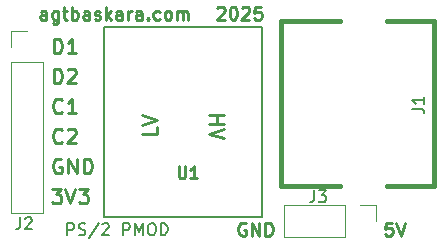
<source format=gto>
%TF.GenerationSoftware,KiCad,Pcbnew,9.0.1*%
%TF.CreationDate,2025-04-06T22:03:23+09:00*%
%TF.ProjectId,ps2_pmod_levelshifter,7073325f-706d-46f6-945f-6c6576656c73,rev?*%
%TF.SameCoordinates,Original*%
%TF.FileFunction,Legend,Top*%
%TF.FilePolarity,Positive*%
%FSLAX46Y46*%
G04 Gerber Fmt 4.6, Leading zero omitted, Abs format (unit mm)*
G04 Created by KiCad (PCBNEW 9.0.1) date 2025-04-06 22:03:23*
%MOMM*%
%LPD*%
G01*
G04 APERTURE LIST*
%ADD10C,0.250000*%
%ADD11C,0.220000*%
%ADD12C,0.200000*%
%ADD13C,0.150000*%
%ADD14C,0.381000*%
%ADD15C,0.120000*%
%ADD16C,0.127000*%
%ADD17C,1.371600*%
%ADD18R,3.200000X2.600000*%
%ADD19R,2.600000X3.200000*%
%ADD20R,1.700000X1.700000*%
%ADD21O,1.700000X1.700000*%
%ADD22C,1.700000*%
G04 APERTURE END LIST*
D10*
X133002377Y-90870226D02*
X132942853Y-90929750D01*
X132942853Y-90929750D02*
X132764282Y-90989273D01*
X132764282Y-90989273D02*
X132645234Y-90989273D01*
X132645234Y-90989273D02*
X132466663Y-90929750D01*
X132466663Y-90929750D02*
X132347615Y-90810702D01*
X132347615Y-90810702D02*
X132288092Y-90691654D01*
X132288092Y-90691654D02*
X132228568Y-90453559D01*
X132228568Y-90453559D02*
X132228568Y-90274988D01*
X132228568Y-90274988D02*
X132288092Y-90036892D01*
X132288092Y-90036892D02*
X132347615Y-89917845D01*
X132347615Y-89917845D02*
X132466663Y-89798797D01*
X132466663Y-89798797D02*
X132645234Y-89739273D01*
X132645234Y-89739273D02*
X132764282Y-89739273D01*
X132764282Y-89739273D02*
X132942853Y-89798797D01*
X132942853Y-89798797D02*
X133002377Y-89858321D01*
X134192853Y-90989273D02*
X133478568Y-90989273D01*
X133835711Y-90989273D02*
X133835711Y-89739273D01*
X133835711Y-89739273D02*
X133716663Y-89917845D01*
X133716663Y-89917845D02*
X133597615Y-90036892D01*
X133597615Y-90036892D02*
X133478568Y-90096416D01*
X132288092Y-88449273D02*
X132288092Y-87199273D01*
X132288092Y-87199273D02*
X132585711Y-87199273D01*
X132585711Y-87199273D02*
X132764282Y-87258797D01*
X132764282Y-87258797D02*
X132883330Y-87377845D01*
X132883330Y-87377845D02*
X132942853Y-87496892D01*
X132942853Y-87496892D02*
X133002377Y-87734988D01*
X133002377Y-87734988D02*
X133002377Y-87913559D01*
X133002377Y-87913559D02*
X132942853Y-88151654D01*
X132942853Y-88151654D02*
X132883330Y-88270702D01*
X132883330Y-88270702D02*
X132764282Y-88389750D01*
X132764282Y-88389750D02*
X132585711Y-88449273D01*
X132585711Y-88449273D02*
X132288092Y-88449273D01*
X133478568Y-87318321D02*
X133538092Y-87258797D01*
X133538092Y-87258797D02*
X133657139Y-87199273D01*
X133657139Y-87199273D02*
X133954758Y-87199273D01*
X133954758Y-87199273D02*
X134073806Y-87258797D01*
X134073806Y-87258797D02*
X134133330Y-87318321D01*
X134133330Y-87318321D02*
X134192853Y-87437369D01*
X134192853Y-87437369D02*
X134192853Y-87556416D01*
X134192853Y-87556416D02*
X134133330Y-87734988D01*
X134133330Y-87734988D02*
X133419044Y-88449273D01*
X133419044Y-88449273D02*
X134192853Y-88449273D01*
X132169044Y-97359273D02*
X132942853Y-97359273D01*
X132942853Y-97359273D02*
X132526187Y-97835464D01*
X132526187Y-97835464D02*
X132704758Y-97835464D01*
X132704758Y-97835464D02*
X132823806Y-97894988D01*
X132823806Y-97894988D02*
X132883330Y-97954511D01*
X132883330Y-97954511D02*
X132942853Y-98073559D01*
X132942853Y-98073559D02*
X132942853Y-98371178D01*
X132942853Y-98371178D02*
X132883330Y-98490226D01*
X132883330Y-98490226D02*
X132823806Y-98549750D01*
X132823806Y-98549750D02*
X132704758Y-98609273D01*
X132704758Y-98609273D02*
X132347615Y-98609273D01*
X132347615Y-98609273D02*
X132228568Y-98549750D01*
X132228568Y-98549750D02*
X132169044Y-98490226D01*
X133299996Y-97359273D02*
X133716663Y-98609273D01*
X133716663Y-98609273D02*
X134133329Y-97359273D01*
X134430949Y-97359273D02*
X135204758Y-97359273D01*
X135204758Y-97359273D02*
X134788092Y-97835464D01*
X134788092Y-97835464D02*
X134966663Y-97835464D01*
X134966663Y-97835464D02*
X135085711Y-97894988D01*
X135085711Y-97894988D02*
X135145235Y-97954511D01*
X135145235Y-97954511D02*
X135204758Y-98073559D01*
X135204758Y-98073559D02*
X135204758Y-98371178D01*
X135204758Y-98371178D02*
X135145235Y-98490226D01*
X135145235Y-98490226D02*
X135085711Y-98549750D01*
X135085711Y-98549750D02*
X134966663Y-98609273D01*
X134966663Y-98609273D02*
X134609520Y-98609273D01*
X134609520Y-98609273D02*
X134490473Y-98549750D01*
X134490473Y-98549750D02*
X134430949Y-98490226D01*
D11*
X131688069Y-83047440D02*
X131688069Y-82471250D01*
X131688069Y-82471250D02*
X131635688Y-82366488D01*
X131635688Y-82366488D02*
X131530926Y-82314107D01*
X131530926Y-82314107D02*
X131321402Y-82314107D01*
X131321402Y-82314107D02*
X131216640Y-82366488D01*
X131688069Y-82995060D02*
X131583307Y-83047440D01*
X131583307Y-83047440D02*
X131321402Y-83047440D01*
X131321402Y-83047440D02*
X131216640Y-82995060D01*
X131216640Y-82995060D02*
X131164259Y-82890298D01*
X131164259Y-82890298D02*
X131164259Y-82785536D01*
X131164259Y-82785536D02*
X131216640Y-82680774D01*
X131216640Y-82680774D02*
X131321402Y-82628393D01*
X131321402Y-82628393D02*
X131583307Y-82628393D01*
X131583307Y-82628393D02*
X131688069Y-82576012D01*
X132683307Y-82314107D02*
X132683307Y-83204583D01*
X132683307Y-83204583D02*
X132630926Y-83309345D01*
X132630926Y-83309345D02*
X132578545Y-83361726D01*
X132578545Y-83361726D02*
X132473783Y-83414107D01*
X132473783Y-83414107D02*
X132316640Y-83414107D01*
X132316640Y-83414107D02*
X132211878Y-83361726D01*
X132683307Y-82995060D02*
X132578545Y-83047440D01*
X132578545Y-83047440D02*
X132369021Y-83047440D01*
X132369021Y-83047440D02*
X132264259Y-82995060D01*
X132264259Y-82995060D02*
X132211878Y-82942679D01*
X132211878Y-82942679D02*
X132159497Y-82837917D01*
X132159497Y-82837917D02*
X132159497Y-82523631D01*
X132159497Y-82523631D02*
X132211878Y-82418869D01*
X132211878Y-82418869D02*
X132264259Y-82366488D01*
X132264259Y-82366488D02*
X132369021Y-82314107D01*
X132369021Y-82314107D02*
X132578545Y-82314107D01*
X132578545Y-82314107D02*
X132683307Y-82366488D01*
X133049973Y-82314107D02*
X133469021Y-82314107D01*
X133207116Y-81947440D02*
X133207116Y-82890298D01*
X133207116Y-82890298D02*
X133259497Y-82995060D01*
X133259497Y-82995060D02*
X133364259Y-83047440D01*
X133364259Y-83047440D02*
X133469021Y-83047440D01*
X133835687Y-83047440D02*
X133835687Y-81947440D01*
X133835687Y-82366488D02*
X133940449Y-82314107D01*
X133940449Y-82314107D02*
X134149973Y-82314107D01*
X134149973Y-82314107D02*
X134254735Y-82366488D01*
X134254735Y-82366488D02*
X134307116Y-82418869D01*
X134307116Y-82418869D02*
X134359497Y-82523631D01*
X134359497Y-82523631D02*
X134359497Y-82837917D01*
X134359497Y-82837917D02*
X134307116Y-82942679D01*
X134307116Y-82942679D02*
X134254735Y-82995060D01*
X134254735Y-82995060D02*
X134149973Y-83047440D01*
X134149973Y-83047440D02*
X133940449Y-83047440D01*
X133940449Y-83047440D02*
X133835687Y-82995060D01*
X135302354Y-83047440D02*
X135302354Y-82471250D01*
X135302354Y-82471250D02*
X135249973Y-82366488D01*
X135249973Y-82366488D02*
X135145211Y-82314107D01*
X135145211Y-82314107D02*
X134935687Y-82314107D01*
X134935687Y-82314107D02*
X134830925Y-82366488D01*
X135302354Y-82995060D02*
X135197592Y-83047440D01*
X135197592Y-83047440D02*
X134935687Y-83047440D01*
X134935687Y-83047440D02*
X134830925Y-82995060D01*
X134830925Y-82995060D02*
X134778544Y-82890298D01*
X134778544Y-82890298D02*
X134778544Y-82785536D01*
X134778544Y-82785536D02*
X134830925Y-82680774D01*
X134830925Y-82680774D02*
X134935687Y-82628393D01*
X134935687Y-82628393D02*
X135197592Y-82628393D01*
X135197592Y-82628393D02*
X135302354Y-82576012D01*
X135773782Y-82995060D02*
X135878544Y-83047440D01*
X135878544Y-83047440D02*
X136088068Y-83047440D01*
X136088068Y-83047440D02*
X136192830Y-82995060D01*
X136192830Y-82995060D02*
X136245211Y-82890298D01*
X136245211Y-82890298D02*
X136245211Y-82837917D01*
X136245211Y-82837917D02*
X136192830Y-82733155D01*
X136192830Y-82733155D02*
X136088068Y-82680774D01*
X136088068Y-82680774D02*
X135930925Y-82680774D01*
X135930925Y-82680774D02*
X135826163Y-82628393D01*
X135826163Y-82628393D02*
X135773782Y-82523631D01*
X135773782Y-82523631D02*
X135773782Y-82471250D01*
X135773782Y-82471250D02*
X135826163Y-82366488D01*
X135826163Y-82366488D02*
X135930925Y-82314107D01*
X135930925Y-82314107D02*
X136088068Y-82314107D01*
X136088068Y-82314107D02*
X136192830Y-82366488D01*
X136716639Y-83047440D02*
X136716639Y-81947440D01*
X136821401Y-82628393D02*
X137135687Y-83047440D01*
X137135687Y-82314107D02*
X136716639Y-82733155D01*
X138078544Y-83047440D02*
X138078544Y-82471250D01*
X138078544Y-82471250D02*
X138026163Y-82366488D01*
X138026163Y-82366488D02*
X137921401Y-82314107D01*
X137921401Y-82314107D02*
X137711877Y-82314107D01*
X137711877Y-82314107D02*
X137607115Y-82366488D01*
X138078544Y-82995060D02*
X137973782Y-83047440D01*
X137973782Y-83047440D02*
X137711877Y-83047440D01*
X137711877Y-83047440D02*
X137607115Y-82995060D01*
X137607115Y-82995060D02*
X137554734Y-82890298D01*
X137554734Y-82890298D02*
X137554734Y-82785536D01*
X137554734Y-82785536D02*
X137607115Y-82680774D01*
X137607115Y-82680774D02*
X137711877Y-82628393D01*
X137711877Y-82628393D02*
X137973782Y-82628393D01*
X137973782Y-82628393D02*
X138078544Y-82576012D01*
X138602353Y-83047440D02*
X138602353Y-82314107D01*
X138602353Y-82523631D02*
X138654734Y-82418869D01*
X138654734Y-82418869D02*
X138707115Y-82366488D01*
X138707115Y-82366488D02*
X138811877Y-82314107D01*
X138811877Y-82314107D02*
X138916639Y-82314107D01*
X139754734Y-83047440D02*
X139754734Y-82471250D01*
X139754734Y-82471250D02*
X139702353Y-82366488D01*
X139702353Y-82366488D02*
X139597591Y-82314107D01*
X139597591Y-82314107D02*
X139388067Y-82314107D01*
X139388067Y-82314107D02*
X139283305Y-82366488D01*
X139754734Y-82995060D02*
X139649972Y-83047440D01*
X139649972Y-83047440D02*
X139388067Y-83047440D01*
X139388067Y-83047440D02*
X139283305Y-82995060D01*
X139283305Y-82995060D02*
X139230924Y-82890298D01*
X139230924Y-82890298D02*
X139230924Y-82785536D01*
X139230924Y-82785536D02*
X139283305Y-82680774D01*
X139283305Y-82680774D02*
X139388067Y-82628393D01*
X139388067Y-82628393D02*
X139649972Y-82628393D01*
X139649972Y-82628393D02*
X139754734Y-82576012D01*
X140278543Y-82942679D02*
X140330924Y-82995060D01*
X140330924Y-82995060D02*
X140278543Y-83047440D01*
X140278543Y-83047440D02*
X140226162Y-82995060D01*
X140226162Y-82995060D02*
X140278543Y-82942679D01*
X140278543Y-82942679D02*
X140278543Y-83047440D01*
X141273782Y-82995060D02*
X141169020Y-83047440D01*
X141169020Y-83047440D02*
X140959496Y-83047440D01*
X140959496Y-83047440D02*
X140854734Y-82995060D01*
X140854734Y-82995060D02*
X140802353Y-82942679D01*
X140802353Y-82942679D02*
X140749972Y-82837917D01*
X140749972Y-82837917D02*
X140749972Y-82523631D01*
X140749972Y-82523631D02*
X140802353Y-82418869D01*
X140802353Y-82418869D02*
X140854734Y-82366488D01*
X140854734Y-82366488D02*
X140959496Y-82314107D01*
X140959496Y-82314107D02*
X141169020Y-82314107D01*
X141169020Y-82314107D02*
X141273782Y-82366488D01*
X141902353Y-83047440D02*
X141797591Y-82995060D01*
X141797591Y-82995060D02*
X141745210Y-82942679D01*
X141745210Y-82942679D02*
X141692829Y-82837917D01*
X141692829Y-82837917D02*
X141692829Y-82523631D01*
X141692829Y-82523631D02*
X141745210Y-82418869D01*
X141745210Y-82418869D02*
X141797591Y-82366488D01*
X141797591Y-82366488D02*
X141902353Y-82314107D01*
X141902353Y-82314107D02*
X142059496Y-82314107D01*
X142059496Y-82314107D02*
X142164258Y-82366488D01*
X142164258Y-82366488D02*
X142216639Y-82418869D01*
X142216639Y-82418869D02*
X142269020Y-82523631D01*
X142269020Y-82523631D02*
X142269020Y-82837917D01*
X142269020Y-82837917D02*
X142216639Y-82942679D01*
X142216639Y-82942679D02*
X142164258Y-82995060D01*
X142164258Y-82995060D02*
X142059496Y-83047440D01*
X142059496Y-83047440D02*
X141902353Y-83047440D01*
X142740448Y-83047440D02*
X142740448Y-82314107D01*
X142740448Y-82418869D02*
X142792829Y-82366488D01*
X142792829Y-82366488D02*
X142897591Y-82314107D01*
X142897591Y-82314107D02*
X143054734Y-82314107D01*
X143054734Y-82314107D02*
X143159496Y-82366488D01*
X143159496Y-82366488D02*
X143211877Y-82471250D01*
X143211877Y-82471250D02*
X143211877Y-83047440D01*
X143211877Y-82471250D02*
X143264258Y-82366488D01*
X143264258Y-82366488D02*
X143369020Y-82314107D01*
X143369020Y-82314107D02*
X143526163Y-82314107D01*
X143526163Y-82314107D02*
X143630924Y-82366488D01*
X143630924Y-82366488D02*
X143683305Y-82471250D01*
X143683305Y-82471250D02*
X143683305Y-83047440D01*
X146150259Y-82052202D02*
X146202640Y-81999821D01*
X146202640Y-81999821D02*
X146307402Y-81947440D01*
X146307402Y-81947440D02*
X146569307Y-81947440D01*
X146569307Y-81947440D02*
X146674069Y-81999821D01*
X146674069Y-81999821D02*
X146726450Y-82052202D01*
X146726450Y-82052202D02*
X146778831Y-82156964D01*
X146778831Y-82156964D02*
X146778831Y-82261726D01*
X146778831Y-82261726D02*
X146726450Y-82418869D01*
X146726450Y-82418869D02*
X146097878Y-83047440D01*
X146097878Y-83047440D02*
X146778831Y-83047440D01*
X147459783Y-81947440D02*
X147564545Y-81947440D01*
X147564545Y-81947440D02*
X147669307Y-81999821D01*
X147669307Y-81999821D02*
X147721688Y-82052202D01*
X147721688Y-82052202D02*
X147774069Y-82156964D01*
X147774069Y-82156964D02*
X147826450Y-82366488D01*
X147826450Y-82366488D02*
X147826450Y-82628393D01*
X147826450Y-82628393D02*
X147774069Y-82837917D01*
X147774069Y-82837917D02*
X147721688Y-82942679D01*
X147721688Y-82942679D02*
X147669307Y-82995060D01*
X147669307Y-82995060D02*
X147564545Y-83047440D01*
X147564545Y-83047440D02*
X147459783Y-83047440D01*
X147459783Y-83047440D02*
X147355021Y-82995060D01*
X147355021Y-82995060D02*
X147302640Y-82942679D01*
X147302640Y-82942679D02*
X147250259Y-82837917D01*
X147250259Y-82837917D02*
X147197878Y-82628393D01*
X147197878Y-82628393D02*
X147197878Y-82366488D01*
X147197878Y-82366488D02*
X147250259Y-82156964D01*
X147250259Y-82156964D02*
X147302640Y-82052202D01*
X147302640Y-82052202D02*
X147355021Y-81999821D01*
X147355021Y-81999821D02*
X147459783Y-81947440D01*
X148245497Y-82052202D02*
X148297878Y-81999821D01*
X148297878Y-81999821D02*
X148402640Y-81947440D01*
X148402640Y-81947440D02*
X148664545Y-81947440D01*
X148664545Y-81947440D02*
X148769307Y-81999821D01*
X148769307Y-81999821D02*
X148821688Y-82052202D01*
X148821688Y-82052202D02*
X148874069Y-82156964D01*
X148874069Y-82156964D02*
X148874069Y-82261726D01*
X148874069Y-82261726D02*
X148821688Y-82418869D01*
X148821688Y-82418869D02*
X148193116Y-83047440D01*
X148193116Y-83047440D02*
X148874069Y-83047440D01*
X149869307Y-81947440D02*
X149345497Y-81947440D01*
X149345497Y-81947440D02*
X149293116Y-82471250D01*
X149293116Y-82471250D02*
X149345497Y-82418869D01*
X149345497Y-82418869D02*
X149450259Y-82366488D01*
X149450259Y-82366488D02*
X149712164Y-82366488D01*
X149712164Y-82366488D02*
X149816926Y-82418869D01*
X149816926Y-82418869D02*
X149869307Y-82471250D01*
X149869307Y-82471250D02*
X149921688Y-82576012D01*
X149921688Y-82576012D02*
X149921688Y-82837917D01*
X149921688Y-82837917D02*
X149869307Y-82942679D01*
X149869307Y-82942679D02*
X149816926Y-82995060D01*
X149816926Y-82995060D02*
X149712164Y-83047440D01*
X149712164Y-83047440D02*
X149450259Y-83047440D01*
X149450259Y-83047440D02*
X149345497Y-82995060D01*
X149345497Y-82995060D02*
X149293116Y-82942679D01*
D10*
X141027273Y-92160669D02*
X141027273Y-92755907D01*
X141027273Y-92755907D02*
X139777273Y-92755907D01*
X139777273Y-91922574D02*
X141027273Y-91505907D01*
X141027273Y-91505907D02*
X139777273Y-91089241D01*
D11*
X160950450Y-100235440D02*
X160426640Y-100235440D01*
X160426640Y-100235440D02*
X160374259Y-100759250D01*
X160374259Y-100759250D02*
X160426640Y-100706869D01*
X160426640Y-100706869D02*
X160531402Y-100654488D01*
X160531402Y-100654488D02*
X160793307Y-100654488D01*
X160793307Y-100654488D02*
X160898069Y-100706869D01*
X160898069Y-100706869D02*
X160950450Y-100759250D01*
X160950450Y-100759250D02*
X161002831Y-100864012D01*
X161002831Y-100864012D02*
X161002831Y-101125917D01*
X161002831Y-101125917D02*
X160950450Y-101230679D01*
X160950450Y-101230679D02*
X160898069Y-101283060D01*
X160898069Y-101283060D02*
X160793307Y-101335440D01*
X160793307Y-101335440D02*
X160531402Y-101335440D01*
X160531402Y-101335440D02*
X160426640Y-101283060D01*
X160426640Y-101283060D02*
X160374259Y-101230679D01*
X161317116Y-100235440D02*
X161683783Y-101335440D01*
X161683783Y-101335440D02*
X162050450Y-100235440D01*
D10*
X132288092Y-85909273D02*
X132288092Y-84659273D01*
X132288092Y-84659273D02*
X132585711Y-84659273D01*
X132585711Y-84659273D02*
X132764282Y-84718797D01*
X132764282Y-84718797D02*
X132883330Y-84837845D01*
X132883330Y-84837845D02*
X132942853Y-84956892D01*
X132942853Y-84956892D02*
X133002377Y-85194988D01*
X133002377Y-85194988D02*
X133002377Y-85373559D01*
X133002377Y-85373559D02*
X132942853Y-85611654D01*
X132942853Y-85611654D02*
X132883330Y-85730702D01*
X132883330Y-85730702D02*
X132764282Y-85849750D01*
X132764282Y-85849750D02*
X132585711Y-85909273D01*
X132585711Y-85909273D02*
X132288092Y-85909273D01*
X134192853Y-85909273D02*
X133478568Y-85909273D01*
X133835711Y-85909273D02*
X133835711Y-84659273D01*
X133835711Y-84659273D02*
X133716663Y-84837845D01*
X133716663Y-84837845D02*
X133597615Y-84956892D01*
X133597615Y-84956892D02*
X133478568Y-85016416D01*
D11*
X148556831Y-100287821D02*
X148452069Y-100235440D01*
X148452069Y-100235440D02*
X148294926Y-100235440D01*
X148294926Y-100235440D02*
X148137783Y-100287821D01*
X148137783Y-100287821D02*
X148033021Y-100392583D01*
X148033021Y-100392583D02*
X147980640Y-100497345D01*
X147980640Y-100497345D02*
X147928259Y-100706869D01*
X147928259Y-100706869D02*
X147928259Y-100864012D01*
X147928259Y-100864012D02*
X147980640Y-101073536D01*
X147980640Y-101073536D02*
X148033021Y-101178298D01*
X148033021Y-101178298D02*
X148137783Y-101283060D01*
X148137783Y-101283060D02*
X148294926Y-101335440D01*
X148294926Y-101335440D02*
X148399688Y-101335440D01*
X148399688Y-101335440D02*
X148556831Y-101283060D01*
X148556831Y-101283060D02*
X148609212Y-101230679D01*
X148609212Y-101230679D02*
X148609212Y-100864012D01*
X148609212Y-100864012D02*
X148399688Y-100864012D01*
X149080640Y-101335440D02*
X149080640Y-100235440D01*
X149080640Y-100235440D02*
X149709212Y-101335440D01*
X149709212Y-101335440D02*
X149709212Y-100235440D01*
X150233021Y-101335440D02*
X150233021Y-100235440D01*
X150233021Y-100235440D02*
X150494926Y-100235440D01*
X150494926Y-100235440D02*
X150652069Y-100287821D01*
X150652069Y-100287821D02*
X150756831Y-100392583D01*
X150756831Y-100392583D02*
X150809212Y-100497345D01*
X150809212Y-100497345D02*
X150861593Y-100706869D01*
X150861593Y-100706869D02*
X150861593Y-100864012D01*
X150861593Y-100864012D02*
X150809212Y-101073536D01*
X150809212Y-101073536D02*
X150756831Y-101178298D01*
X150756831Y-101178298D02*
X150652069Y-101283060D01*
X150652069Y-101283060D02*
X150494926Y-101335440D01*
X150494926Y-101335440D02*
X150233021Y-101335440D01*
D12*
X133465673Y-101290219D02*
X133465673Y-100290219D01*
X133465673Y-100290219D02*
X133846625Y-100290219D01*
X133846625Y-100290219D02*
X133941863Y-100337838D01*
X133941863Y-100337838D02*
X133989482Y-100385457D01*
X133989482Y-100385457D02*
X134037101Y-100480695D01*
X134037101Y-100480695D02*
X134037101Y-100623552D01*
X134037101Y-100623552D02*
X133989482Y-100718790D01*
X133989482Y-100718790D02*
X133941863Y-100766409D01*
X133941863Y-100766409D02*
X133846625Y-100814028D01*
X133846625Y-100814028D02*
X133465673Y-100814028D01*
X134418054Y-101242600D02*
X134560911Y-101290219D01*
X134560911Y-101290219D02*
X134799006Y-101290219D01*
X134799006Y-101290219D02*
X134894244Y-101242600D01*
X134894244Y-101242600D02*
X134941863Y-101194980D01*
X134941863Y-101194980D02*
X134989482Y-101099742D01*
X134989482Y-101099742D02*
X134989482Y-101004504D01*
X134989482Y-101004504D02*
X134941863Y-100909266D01*
X134941863Y-100909266D02*
X134894244Y-100861647D01*
X134894244Y-100861647D02*
X134799006Y-100814028D01*
X134799006Y-100814028D02*
X134608530Y-100766409D01*
X134608530Y-100766409D02*
X134513292Y-100718790D01*
X134513292Y-100718790D02*
X134465673Y-100671171D01*
X134465673Y-100671171D02*
X134418054Y-100575933D01*
X134418054Y-100575933D02*
X134418054Y-100480695D01*
X134418054Y-100480695D02*
X134465673Y-100385457D01*
X134465673Y-100385457D02*
X134513292Y-100337838D01*
X134513292Y-100337838D02*
X134608530Y-100290219D01*
X134608530Y-100290219D02*
X134846625Y-100290219D01*
X134846625Y-100290219D02*
X134989482Y-100337838D01*
X136132339Y-100242600D02*
X135275197Y-101528314D01*
X136418054Y-100385457D02*
X136465673Y-100337838D01*
X136465673Y-100337838D02*
X136560911Y-100290219D01*
X136560911Y-100290219D02*
X136799006Y-100290219D01*
X136799006Y-100290219D02*
X136894244Y-100337838D01*
X136894244Y-100337838D02*
X136941863Y-100385457D01*
X136941863Y-100385457D02*
X136989482Y-100480695D01*
X136989482Y-100480695D02*
X136989482Y-100575933D01*
X136989482Y-100575933D02*
X136941863Y-100718790D01*
X136941863Y-100718790D02*
X136370435Y-101290219D01*
X136370435Y-101290219D02*
X136989482Y-101290219D01*
X138179959Y-101290219D02*
X138179959Y-100290219D01*
X138179959Y-100290219D02*
X138560911Y-100290219D01*
X138560911Y-100290219D02*
X138656149Y-100337838D01*
X138656149Y-100337838D02*
X138703768Y-100385457D01*
X138703768Y-100385457D02*
X138751387Y-100480695D01*
X138751387Y-100480695D02*
X138751387Y-100623552D01*
X138751387Y-100623552D02*
X138703768Y-100718790D01*
X138703768Y-100718790D02*
X138656149Y-100766409D01*
X138656149Y-100766409D02*
X138560911Y-100814028D01*
X138560911Y-100814028D02*
X138179959Y-100814028D01*
X139179959Y-101290219D02*
X139179959Y-100290219D01*
X139179959Y-100290219D02*
X139513292Y-101004504D01*
X139513292Y-101004504D02*
X139846625Y-100290219D01*
X139846625Y-100290219D02*
X139846625Y-101290219D01*
X140513292Y-100290219D02*
X140703768Y-100290219D01*
X140703768Y-100290219D02*
X140799006Y-100337838D01*
X140799006Y-100337838D02*
X140894244Y-100433076D01*
X140894244Y-100433076D02*
X140941863Y-100623552D01*
X140941863Y-100623552D02*
X140941863Y-100956885D01*
X140941863Y-100956885D02*
X140894244Y-101147361D01*
X140894244Y-101147361D02*
X140799006Y-101242600D01*
X140799006Y-101242600D02*
X140703768Y-101290219D01*
X140703768Y-101290219D02*
X140513292Y-101290219D01*
X140513292Y-101290219D02*
X140418054Y-101242600D01*
X140418054Y-101242600D02*
X140322816Y-101147361D01*
X140322816Y-101147361D02*
X140275197Y-100956885D01*
X140275197Y-100956885D02*
X140275197Y-100623552D01*
X140275197Y-100623552D02*
X140322816Y-100433076D01*
X140322816Y-100433076D02*
X140418054Y-100337838D01*
X140418054Y-100337838D02*
X140513292Y-100290219D01*
X141370435Y-101290219D02*
X141370435Y-100290219D01*
X141370435Y-100290219D02*
X141608530Y-100290219D01*
X141608530Y-100290219D02*
X141751387Y-100337838D01*
X141751387Y-100337838D02*
X141846625Y-100433076D01*
X141846625Y-100433076D02*
X141894244Y-100528314D01*
X141894244Y-100528314D02*
X141941863Y-100718790D01*
X141941863Y-100718790D02*
X141941863Y-100861647D01*
X141941863Y-100861647D02*
X141894244Y-101052123D01*
X141894244Y-101052123D02*
X141846625Y-101147361D01*
X141846625Y-101147361D02*
X141751387Y-101242600D01*
X141751387Y-101242600D02*
X141608530Y-101290219D01*
X141608530Y-101290219D02*
X141370435Y-101290219D01*
D10*
X132942853Y-94878797D02*
X132823806Y-94819273D01*
X132823806Y-94819273D02*
X132645234Y-94819273D01*
X132645234Y-94819273D02*
X132466663Y-94878797D01*
X132466663Y-94878797D02*
X132347615Y-94997845D01*
X132347615Y-94997845D02*
X132288092Y-95116892D01*
X132288092Y-95116892D02*
X132228568Y-95354988D01*
X132228568Y-95354988D02*
X132228568Y-95533559D01*
X132228568Y-95533559D02*
X132288092Y-95771654D01*
X132288092Y-95771654D02*
X132347615Y-95890702D01*
X132347615Y-95890702D02*
X132466663Y-96009750D01*
X132466663Y-96009750D02*
X132645234Y-96069273D01*
X132645234Y-96069273D02*
X132764282Y-96069273D01*
X132764282Y-96069273D02*
X132942853Y-96009750D01*
X132942853Y-96009750D02*
X133002377Y-95950226D01*
X133002377Y-95950226D02*
X133002377Y-95533559D01*
X133002377Y-95533559D02*
X132764282Y-95533559D01*
X133538092Y-96069273D02*
X133538092Y-94819273D01*
X133538092Y-94819273D02*
X134252377Y-96069273D01*
X134252377Y-96069273D02*
X134252377Y-94819273D01*
X134847616Y-96069273D02*
X134847616Y-94819273D01*
X134847616Y-94819273D02*
X135145235Y-94819273D01*
X135145235Y-94819273D02*
X135323806Y-94878797D01*
X135323806Y-94878797D02*
X135442854Y-94997845D01*
X135442854Y-94997845D02*
X135502377Y-95116892D01*
X135502377Y-95116892D02*
X135561901Y-95354988D01*
X135561901Y-95354988D02*
X135561901Y-95533559D01*
X135561901Y-95533559D02*
X135502377Y-95771654D01*
X135502377Y-95771654D02*
X135442854Y-95890702D01*
X135442854Y-95890702D02*
X135323806Y-96009750D01*
X135323806Y-96009750D02*
X135145235Y-96069273D01*
X135145235Y-96069273D02*
X134847616Y-96069273D01*
X145484726Y-91140092D02*
X146734726Y-91140092D01*
X146139488Y-91140092D02*
X146139488Y-91854377D01*
X145484726Y-91854377D02*
X146734726Y-91854377D01*
X146734726Y-92271044D02*
X145484726Y-92687711D01*
X145484726Y-92687711D02*
X146734726Y-93104377D01*
X133002377Y-93410226D02*
X132942853Y-93469750D01*
X132942853Y-93469750D02*
X132764282Y-93529273D01*
X132764282Y-93529273D02*
X132645234Y-93529273D01*
X132645234Y-93529273D02*
X132466663Y-93469750D01*
X132466663Y-93469750D02*
X132347615Y-93350702D01*
X132347615Y-93350702D02*
X132288092Y-93231654D01*
X132288092Y-93231654D02*
X132228568Y-92993559D01*
X132228568Y-92993559D02*
X132228568Y-92814988D01*
X132228568Y-92814988D02*
X132288092Y-92576892D01*
X132288092Y-92576892D02*
X132347615Y-92457845D01*
X132347615Y-92457845D02*
X132466663Y-92338797D01*
X132466663Y-92338797D02*
X132645234Y-92279273D01*
X132645234Y-92279273D02*
X132764282Y-92279273D01*
X132764282Y-92279273D02*
X132942853Y-92338797D01*
X132942853Y-92338797D02*
X133002377Y-92398321D01*
X133478568Y-92398321D02*
X133538092Y-92338797D01*
X133538092Y-92338797D02*
X133657139Y-92279273D01*
X133657139Y-92279273D02*
X133954758Y-92279273D01*
X133954758Y-92279273D02*
X134073806Y-92338797D01*
X134073806Y-92338797D02*
X134133330Y-92398321D01*
X134133330Y-92398321D02*
X134192853Y-92517369D01*
X134192853Y-92517369D02*
X134192853Y-92636416D01*
X134192853Y-92636416D02*
X134133330Y-92814988D01*
X134133330Y-92814988D02*
X133419044Y-93529273D01*
X133419044Y-93529273D02*
X134192853Y-93529273D01*
D12*
X162664219Y-90603333D02*
X163378504Y-90603333D01*
X163378504Y-90603333D02*
X163521361Y-90650952D01*
X163521361Y-90650952D02*
X163616600Y-90746190D01*
X163616600Y-90746190D02*
X163664219Y-90889047D01*
X163664219Y-90889047D02*
X163664219Y-90984285D01*
X163664219Y-89603333D02*
X163664219Y-90174761D01*
X163664219Y-89889047D02*
X162664219Y-89889047D01*
X162664219Y-89889047D02*
X162807076Y-89984285D01*
X162807076Y-89984285D02*
X162902314Y-90079523D01*
X162902314Y-90079523D02*
X162949933Y-90174761D01*
D13*
X154352666Y-97498819D02*
X154352666Y-98213104D01*
X154352666Y-98213104D02*
X154305047Y-98355961D01*
X154305047Y-98355961D02*
X154209809Y-98451200D01*
X154209809Y-98451200D02*
X154066952Y-98498819D01*
X154066952Y-98498819D02*
X153971714Y-98498819D01*
X154733619Y-97498819D02*
X155352666Y-97498819D01*
X155352666Y-97498819D02*
X155019333Y-97879771D01*
X155019333Y-97879771D02*
X155162190Y-97879771D01*
X155162190Y-97879771D02*
X155257428Y-97927390D01*
X155257428Y-97927390D02*
X155305047Y-97975009D01*
X155305047Y-97975009D02*
X155352666Y-98070247D01*
X155352666Y-98070247D02*
X155352666Y-98308342D01*
X155352666Y-98308342D02*
X155305047Y-98403580D01*
X155305047Y-98403580D02*
X155257428Y-98451200D01*
X155257428Y-98451200D02*
X155162190Y-98498819D01*
X155162190Y-98498819D02*
X154876476Y-98498819D01*
X154876476Y-98498819D02*
X154781238Y-98451200D01*
X154781238Y-98451200D02*
X154733619Y-98403580D01*
X129460666Y-99784819D02*
X129460666Y-100499104D01*
X129460666Y-100499104D02*
X129413047Y-100641961D01*
X129413047Y-100641961D02*
X129317809Y-100737200D01*
X129317809Y-100737200D02*
X129174952Y-100784819D01*
X129174952Y-100784819D02*
X129079714Y-100784819D01*
X129889238Y-99880057D02*
X129936857Y-99832438D01*
X129936857Y-99832438D02*
X130032095Y-99784819D01*
X130032095Y-99784819D02*
X130270190Y-99784819D01*
X130270190Y-99784819D02*
X130365428Y-99832438D01*
X130365428Y-99832438D02*
X130413047Y-99880057D01*
X130413047Y-99880057D02*
X130460666Y-99975295D01*
X130460666Y-99975295D02*
X130460666Y-100070533D01*
X130460666Y-100070533D02*
X130413047Y-100213390D01*
X130413047Y-100213390D02*
X129841619Y-100784819D01*
X129841619Y-100784819D02*
X130460666Y-100784819D01*
D10*
X142874095Y-95461619D02*
X142874095Y-96271142D01*
X142874095Y-96271142D02*
X142921714Y-96366380D01*
X142921714Y-96366380D02*
X142969333Y-96414000D01*
X142969333Y-96414000D02*
X143064571Y-96461619D01*
X143064571Y-96461619D02*
X143255047Y-96461619D01*
X143255047Y-96461619D02*
X143350285Y-96414000D01*
X143350285Y-96414000D02*
X143397904Y-96366380D01*
X143397904Y-96366380D02*
X143445523Y-96271142D01*
X143445523Y-96271142D02*
X143445523Y-95461619D01*
X144445523Y-96461619D02*
X143874095Y-96461619D01*
X144159809Y-96461619D02*
X144159809Y-95461619D01*
X144159809Y-95461619D02*
X144064571Y-95604476D01*
X144064571Y-95604476D02*
X143969333Y-95699714D01*
X143969333Y-95699714D02*
X143874095Y-95747333D01*
D14*
%TO.C,J1*%
X151512000Y-83170000D02*
X151512000Y-97170000D01*
X151512000Y-83170000D02*
X156512000Y-83170000D01*
X151512000Y-97170000D02*
X156512000Y-97170000D01*
X160512000Y-83170000D02*
X164512000Y-83170000D01*
X160512000Y-97170000D02*
X164512000Y-97170000D01*
X164512000Y-83170000D02*
X164512000Y-97170000D01*
D15*
%TO.C,J3*%
X151832000Y-98746000D02*
X151832000Y-101406000D01*
X156972000Y-98746000D02*
X151832000Y-98746000D01*
X156972000Y-98746000D02*
X156972000Y-101406000D01*
X156972000Y-101406000D02*
X151832000Y-101406000D01*
X158242000Y-98746000D02*
X159572000Y-98746000D01*
X159572000Y-98746000D02*
X159572000Y-100076000D01*
%TO.C,J2*%
X128718000Y-84014000D02*
X130048000Y-84014000D01*
X128718000Y-85344000D02*
X128718000Y-84014000D01*
X128718000Y-86614000D02*
X128718000Y-99374000D01*
X128718000Y-86614000D02*
X131378000Y-86614000D01*
X128718000Y-99374000D02*
X131378000Y-99374000D01*
X131378000Y-86614000D02*
X131378000Y-99374000D01*
D16*
%TO.C,U1*%
X136591000Y-83669000D02*
X149921000Y-83669000D01*
X136591000Y-99719000D02*
X136591000Y-83669000D01*
X149921000Y-83669000D02*
X149921000Y-99719000D01*
X149921000Y-99719000D02*
X136591000Y-99719000D01*
%TD*%
%LPC*%
D17*
%TO.C,J1*%
X156012000Y-91470000D03*
X156012000Y-88870000D03*
X156012000Y-93570000D03*
X156012000Y-86770000D03*
X153512000Y-93570000D03*
X153512000Y-86770000D03*
D18*
X158512000Y-83420000D03*
D19*
X159512000Y-90170000D03*
D18*
X158512000Y-96920000D03*
%TD*%
D20*
%TO.C,J3*%
X158242000Y-100076000D03*
D21*
X155702000Y-100076000D03*
X153162000Y-100076000D03*
%TD*%
D20*
%TO.C,J2*%
X130048000Y-85344000D03*
D21*
X130048000Y-87884000D03*
X130048000Y-90424000D03*
X130048000Y-92964000D03*
X130048000Y-95504000D03*
X130048000Y-98044000D03*
%TD*%
D20*
%TO.C,U1*%
X138176000Y-85344000D03*
D22*
X138176000Y-87884000D03*
X138176000Y-90424000D03*
X138176000Y-92964000D03*
X138176000Y-95504000D03*
X138176000Y-98044000D03*
X148336000Y-85344000D03*
X148336000Y-87884000D03*
X148336000Y-90424000D03*
X148336000Y-92964000D03*
X148336000Y-95504000D03*
X148336000Y-98044000D03*
%TD*%
%LPD*%
M02*

</source>
